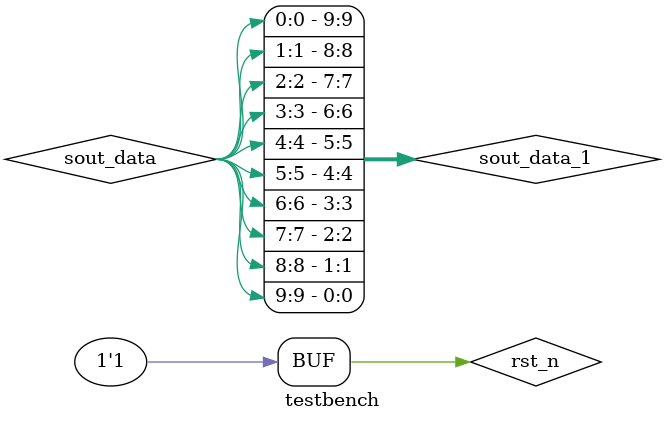
<source format=v>
`timescale 1ns / 1ps


module testbench #(
		parameter integer DATA_WIDTH = 8,
		parameter integer FIFO_DATA_WIDTH = 9
	)
	(
	);

	reg rst_n;
	wire clk;
	wire din_clk;
	reg valid;
	wire [DATA_WIDTH - 1 : 0] din_8b;
	wire ts_clk;
	wire ts_valid;
	wire [DATA_WIDTH - 1 : 0] ts_data;
	wire asi_out_p;
	wire asi_out_n;
	wire [FIFO_DATA_WIDTH - 1 : 0] din;
	wire [FIFO_DATA_WIDTH - 1 : 0] rdata;
	wire [FIFO_DATA_WIDTH - 1 : 0] dout;
	wire ce_R2;
	wire ce;
	wire [4 : 0] ce_sr;
	wire r_enable;
	wire r_enable_R;
	wire r_ready;
	wire error_full;
	wire error_empty;
	wire start;
	wire [9:0] sout_data;
	wire [9:0] sout_data_1;
	wire [7:0] din_8b_R_debug;

	reg [2 : 0] i = 0;

	initial begin
		rst_n = 0;
		#9
		rst_n = 1;
	end

	assign sout_data_1 = {
			sout_data[0],
			sout_data[1],
			sout_data[2],
			sout_data[3],
			sout_data[4],
			sout_data[5],
			sout_data[6],
			sout_data[7],
			sout_data[8],
			sout_data[9]
		};

	// Add user logic here
	clkgen #(.clk_period(6)) xiaofeiclk_wr(.clk(din_clk));
	clkgen #(.clk_period(1)) xiaofeiclk_rd(.clk(clk));

	data_gen_counter #(
			.DATA_WIDTH(DATA_WIDTH)
		) data_gen(
			.rst_n(rst_n),
			.clk(din_clk),
			.data_source(din_8b)
		);
	
	always @(posedge din_clk) begin
		if(rst_n == 0) begin
			i <= 0;
			valid <= 0;
		end
		else begin
			if(i == 3) begin
				valid <= 0;
			end
			else begin
				valid <= 1;
			end
			i <= i + 1;
		end
	end
	
	wire ts2_clk;
	wire ts2_valid;
	wire ts2_sync;
	wire [7:0] ts2_data;

	ts2asi #(
			.FIFO_DATA_WIDTH(9)
		) ts2asi_inst (
			.ts2_clk(ts2_clk),
			.ts2_valid(ts2_valid),
			.ts2_sync(ts2_sync),
			.ts2_data(ts2_data),

			.rst_n(rst_n),
			.clk(clk),

			.din_clk(din_clk),
			.valid(valid),
			.din_8b(din_8b),

			.asi_out_p(asi_out_p),
			.asi_out_n(asi_out_p),

			.din(din),
			.rdata(rdata),
			.dout(dout),

			.ts_clk(ts_clk),
			.ts_valid(ts_valid),
			.ts_data(ts_data),

			.r_enable(r_enable),
			.r_enable_R(r_enable_R),
			.r_ready(r_ready),
			.error_full(error_full),
			.error_empty(error_empty),

			.ce_R2(ce_R2),
			.ce(ce),
			.ce_sr(ce_sr),
			.start(start),
			.sout_data(sout_data),
			.din_8b_R_debug(din_8b_R_debug)
		);
	// User logic ends
endmodule

</source>
